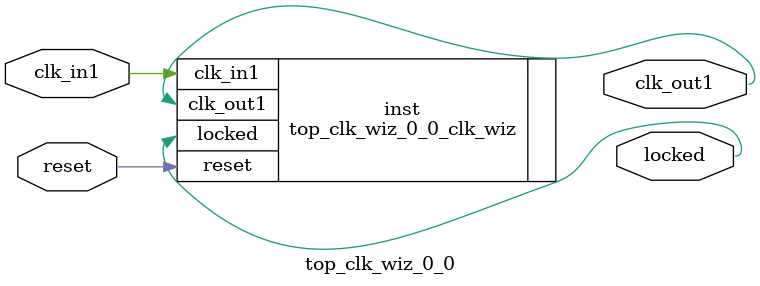
<source format=v>


`timescale 1ps/1ps

(* CORE_GENERATION_INFO = "top_clk_wiz_0_0,clk_wiz_v6_0_13_0_0,{component_name=top_clk_wiz_0_0,use_phase_alignment=true,use_min_o_jitter=false,use_max_i_jitter=false,use_dyn_phase_shift=false,use_inclk_switchover=false,use_dyn_reconfig=false,enable_axi=0,feedback_source=FDBK_AUTO,PRIMITIVE=MMCM,num_out_clk=1,clkin1_period=10.000,clkin2_period=10.000,use_power_down=false,use_reset=true,use_locked=true,use_inclk_stopped=false,feedback_type=SINGLE,CLOCK_MGR_TYPE=NA,manual_override=false}" *)

module top_clk_wiz_0_0 
 (
  // Clock out ports
  output        clk_out1,
  // Status and control signals
  input         reset,
  output        locked,
 // Clock in ports
  input         clk_in1
 );

  top_clk_wiz_0_0_clk_wiz inst
  (
  // Clock out ports  
  .clk_out1(clk_out1),
  // Status and control signals               
  .reset(reset), 
  .locked(locked),
 // Clock in ports
  .clk_in1(clk_in1)
  );

endmodule

</source>
